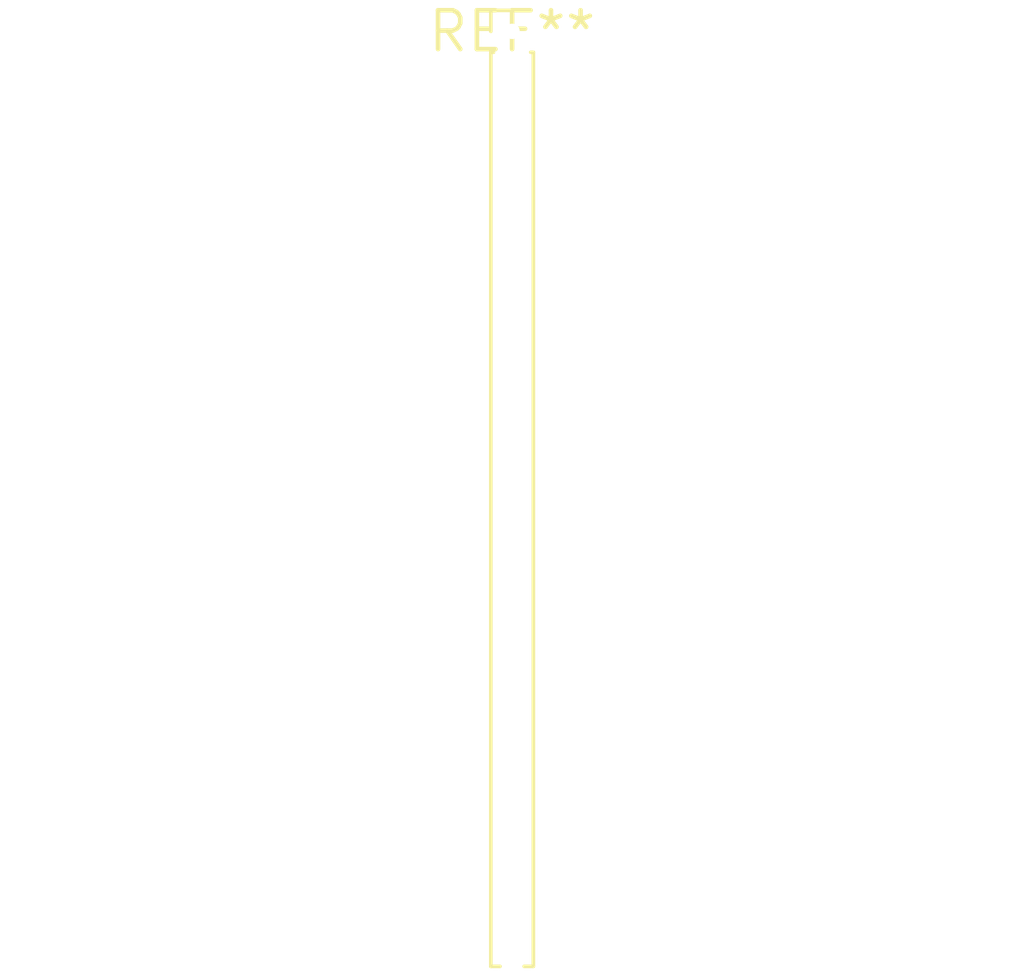
<source format=kicad_pcb>
(kicad_pcb (version 20240108) (generator pcbnew)
  (layers (0 "F.Cu" signal) (31 "B.Cu" signal) (34 "B.Paste" user) (35 "F.Paste" user) (36 "B.SilkS" user "B.Silkscreen") (37 "F.SilkS" user "F.Silkscreen") (38 "B.Mask" user) (39 "F.Mask" user) (44 "Edge.Cuts" user))
  (net 0 "")
  (footprint "PinHeader_1x31_P1.00mm_Vertical" (layer "F.Cu") (at 0 0)
    (property "Reference" "REF**")
    (property "Value" "PinHeader_1x31_P1.00mm_Vertical")
    (fp_line (start -0.695 -0.685) (end 0 -0.685) (layer "F.SilkS") (stroke (width 0.12)))
    (fp_line (start -0.695 0) (end -0.695 -0.685) (layer "F.SilkS") (stroke (width 0.12)))
    (fp_line (start -0.695 0.685) (end -0.695 30.56) (layer "F.SilkS") (stroke (width 0.12)))
    (fp_line (start -0.695 0.685) (end -0.608276 0.685) (layer "F.SilkS") (stroke (width 0.12)))
    (fp_line (start -0.695 30.56) (end -0.394493 30.56) (layer "F.SilkS") (stroke (width 0.12)))
    (fp_line (start 0.394493 30.56) (end 0.695 30.56) (layer "F.SilkS") (stroke (width 0.12)))
    (fp_line (start 0.608276 0.685) (end 0.695 0.685) (layer "F.SilkS") (stroke (width 0.12)))
    (fp_line (start 0.695 0.685) (end 0.695 30.56) (layer "F.SilkS") (stroke (width 0.12)))
    (pad "1" thru_hole rect (at 0 0) (size 0.85 0.85) (drill 0.5) (layers *.Cu *.Mask) (remove_unused_layers))
    (pad "2" thru_hole oval (at 0 1) (size 0.85 0.85) (drill 0.5) (layers *.Cu *.Mask) (remove_unused_layers))
    (pad "3" thru_hole oval (at 0 2) (size 0.85 0.85) (drill 0.5) (layers *.Cu *.Mask) (remove_unused_layers))
    (pad "4" thru_hole oval (at 0 3) (size 0.85 0.85) (drill 0.5) (layers *.Cu *.Mask) (remove_unused_layers))
    (pad "5" thru_hole oval (at 0 4) (size 0.85 0.85) (drill 0.5) (layers *.Cu *.Mask) (remove_unused_layers))
    (pad "6" thru_hole oval (at 0 5) (size 0.85 0.85) (drill 0.5) (layers *.Cu *.Mask) (remove_unused_layers))
    (pad "7" thru_hole oval (at 0 6) (size 0.85 0.85) (drill 0.5) (layers *.Cu *.Mask) (remove_unused_layers))
    (pad "8" thru_hole oval (at 0 7) (size 0.85 0.85) (drill 0.5) (layers *.Cu *.Mask) (remove_unused_layers))
    (pad "9" thru_hole oval (at 0 8) (size 0.85 0.85) (drill 0.5) (layers *.Cu *.Mask) (remove_unused_layers))
    (pad "10" thru_hole oval (at 0 9) (size 0.85 0.85) (drill 0.5) (layers *.Cu *.Mask) (remove_unused_layers))
    (pad "11" thru_hole oval (at 0 10) (size 0.85 0.85) (drill 0.5) (layers *.Cu *.Mask) (remove_unused_layers))
    (pad "12" thru_hole oval (at 0 11) (size 0.85 0.85) (drill 0.5) (layers *.Cu *.Mask) (remove_unused_layers))
    (pad "13" thru_hole oval (at 0 12) (size 0.85 0.85) (drill 0.5) (layers *.Cu *.Mask) (remove_unused_layers))
    (pad "14" thru_hole oval (at 0 13) (size 0.85 0.85) (drill 0.5) (layers *.Cu *.Mask) (remove_unused_layers))
    (pad "15" thru_hole oval (at 0 14) (size 0.85 0.85) (drill 0.5) (layers *.Cu *.Mask) (remove_unused_layers))
    (pad "16" thru_hole oval (at 0 15) (size 0.85 0.85) (drill 0.5) (layers *.Cu *.Mask) (remove_unused_layers))
    (pad "17" thru_hole oval (at 0 16) (size 0.85 0.85) (drill 0.5) (layers *.Cu *.Mask) (remove_unused_layers))
    (pad "18" thru_hole oval (at 0 17) (size 0.85 0.85) (drill 0.5) (layers *.Cu *.Mask) (remove_unused_layers))
    (pad "19" thru_hole oval (at 0 18) (size 0.85 0.85) (drill 0.5) (layers *.Cu *.Mask) (remove_unused_layers))
    (pad "20" thru_hole oval (at 0 19) (size 0.85 0.85) (drill 0.5) (layers *.Cu *.Mask) (remove_unused_layers))
    (pad "21" thru_hole oval (at 0 20) (size 0.85 0.85) (drill 0.5) (layers *.Cu *.Mask) (remove_unused_layers))
    (pad "22" thru_hole oval (at 0 21) (size 0.85 0.85) (drill 0.5) (layers *.Cu *.Mask) (remove_unused_layers))
    (pad "23" thru_hole oval (at 0 22) (size 0.85 0.85) (drill 0.5) (layers *.Cu *.Mask) (remove_unused_layers))
    (pad "24" thru_hole oval (at 0 23) (size 0.85 0.85) (drill 0.5) (layers *.Cu *.Mask) (remove_unused_layers))
    (pad "25" thru_hole oval (at 0 24) (size 0.85 0.85) (drill 0.5) (layers *.Cu *.Mask) (remove_unused_layers))
    (pad "26" thru_hole oval (at 0 25) (size 0.85 0.85) (drill 0.5) (layers *.Cu *.Mask) (remove_unused_layers))
    (pad "27" thru_hole oval (at 0 26) (size 0.85 0.85) (drill 0.5) (layers *.Cu *.Mask) (remove_unused_layers))
    (pad "28" thru_hole oval (at 0 27) (size 0.85 0.85) (drill 0.5) (layers *.Cu *.Mask) (remove_unused_layers))
    (pad "29" thru_hole oval (at 0 28) (size 0.85 0.85) (drill 0.5) (layers *.Cu *.Mask) (remove_unused_layers))
    (pad "30" thru_hole oval (at 0 29) (size 0.85 0.85) (drill 0.5) (layers *.Cu *.Mask) (remove_unused_layers))
    (pad "31" thru_hole oval (at 0 30) (size 0.85 0.85) (drill 0.5) (layers *.Cu *.Mask) (remove_unused_layers))
  )
)
</source>
